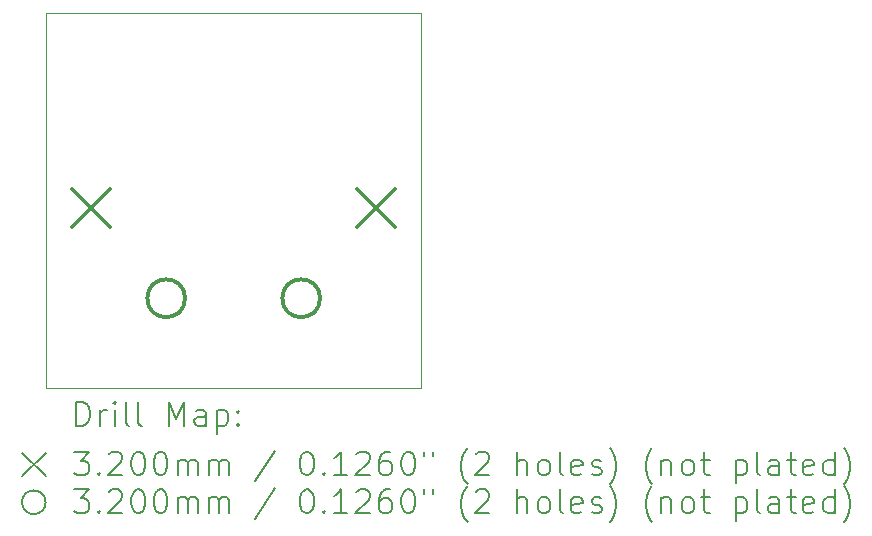
<source format=gbr>
%TF.GenerationSoftware,KiCad,Pcbnew,7.0.7*%
%TF.CreationDate,2024-02-07T12:50:50-08:00*%
%TF.ProjectId,EthBreakoutBoard,45746842-7265-4616-9b6f-7574426f6172,rev?*%
%TF.SameCoordinates,Original*%
%TF.FileFunction,Drillmap*%
%TF.FilePolarity,Positive*%
%FSLAX45Y45*%
G04 Gerber Fmt 4.5, Leading zero omitted, Abs format (unit mm)*
G04 Created by KiCad (PCBNEW 7.0.7) date 2024-02-07 12:50:50*
%MOMM*%
%LPD*%
G01*
G04 APERTURE LIST*
%ADD10C,0.100000*%
%ADD11C,0.200000*%
%ADD12C,0.320000*%
%ADD13C,0.320040*%
G04 APERTURE END LIST*
D10*
X2540000Y-2540000D02*
X5715000Y-2540000D01*
X5715000Y-5715000D01*
X2540000Y-5715000D01*
X2540000Y-2540000D01*
D11*
D12*
X2761000Y-4031000D02*
X3081000Y-4351000D01*
X3081000Y-4031000D02*
X2761000Y-4351000D01*
X5174000Y-4031000D02*
X5494000Y-4351000D01*
X5494000Y-4031000D02*
X5174000Y-4351000D01*
D13*
X3716020Y-4953000D02*
G75*
G03*
X3716020Y-4953000I-160020J0D01*
G01*
X4859020Y-4953000D02*
G75*
G03*
X4859020Y-4953000I-160020J0D01*
G01*
D11*
X2795777Y-6031484D02*
X2795777Y-5831484D01*
X2795777Y-5831484D02*
X2843396Y-5831484D01*
X2843396Y-5831484D02*
X2871967Y-5841008D01*
X2871967Y-5841008D02*
X2891015Y-5860055D01*
X2891015Y-5860055D02*
X2900539Y-5879103D01*
X2900539Y-5879103D02*
X2910062Y-5917198D01*
X2910062Y-5917198D02*
X2910062Y-5945769D01*
X2910062Y-5945769D02*
X2900539Y-5983865D01*
X2900539Y-5983865D02*
X2891015Y-6002912D01*
X2891015Y-6002912D02*
X2871967Y-6021960D01*
X2871967Y-6021960D02*
X2843396Y-6031484D01*
X2843396Y-6031484D02*
X2795777Y-6031484D01*
X2995777Y-6031484D02*
X2995777Y-5898150D01*
X2995777Y-5936246D02*
X3005301Y-5917198D01*
X3005301Y-5917198D02*
X3014824Y-5907674D01*
X3014824Y-5907674D02*
X3033872Y-5898150D01*
X3033872Y-5898150D02*
X3052920Y-5898150D01*
X3119586Y-6031484D02*
X3119586Y-5898150D01*
X3119586Y-5831484D02*
X3110062Y-5841008D01*
X3110062Y-5841008D02*
X3119586Y-5850531D01*
X3119586Y-5850531D02*
X3129110Y-5841008D01*
X3129110Y-5841008D02*
X3119586Y-5831484D01*
X3119586Y-5831484D02*
X3119586Y-5850531D01*
X3243396Y-6031484D02*
X3224348Y-6021960D01*
X3224348Y-6021960D02*
X3214824Y-6002912D01*
X3214824Y-6002912D02*
X3214824Y-5831484D01*
X3348158Y-6031484D02*
X3329110Y-6021960D01*
X3329110Y-6021960D02*
X3319586Y-6002912D01*
X3319586Y-6002912D02*
X3319586Y-5831484D01*
X3576729Y-6031484D02*
X3576729Y-5831484D01*
X3576729Y-5831484D02*
X3643396Y-5974341D01*
X3643396Y-5974341D02*
X3710062Y-5831484D01*
X3710062Y-5831484D02*
X3710062Y-6031484D01*
X3891015Y-6031484D02*
X3891015Y-5926722D01*
X3891015Y-5926722D02*
X3881491Y-5907674D01*
X3881491Y-5907674D02*
X3862443Y-5898150D01*
X3862443Y-5898150D02*
X3824348Y-5898150D01*
X3824348Y-5898150D02*
X3805301Y-5907674D01*
X3891015Y-6021960D02*
X3871967Y-6031484D01*
X3871967Y-6031484D02*
X3824348Y-6031484D01*
X3824348Y-6031484D02*
X3805301Y-6021960D01*
X3805301Y-6021960D02*
X3795777Y-6002912D01*
X3795777Y-6002912D02*
X3795777Y-5983865D01*
X3795777Y-5983865D02*
X3805301Y-5964817D01*
X3805301Y-5964817D02*
X3824348Y-5955293D01*
X3824348Y-5955293D02*
X3871967Y-5955293D01*
X3871967Y-5955293D02*
X3891015Y-5945769D01*
X3986253Y-5898150D02*
X3986253Y-6098150D01*
X3986253Y-5907674D02*
X4005301Y-5898150D01*
X4005301Y-5898150D02*
X4043396Y-5898150D01*
X4043396Y-5898150D02*
X4062443Y-5907674D01*
X4062443Y-5907674D02*
X4071967Y-5917198D01*
X4071967Y-5917198D02*
X4081491Y-5936246D01*
X4081491Y-5936246D02*
X4081491Y-5993388D01*
X4081491Y-5993388D02*
X4071967Y-6012436D01*
X4071967Y-6012436D02*
X4062443Y-6021960D01*
X4062443Y-6021960D02*
X4043396Y-6031484D01*
X4043396Y-6031484D02*
X4005301Y-6031484D01*
X4005301Y-6031484D02*
X3986253Y-6021960D01*
X4167205Y-6012436D02*
X4176729Y-6021960D01*
X4176729Y-6021960D02*
X4167205Y-6031484D01*
X4167205Y-6031484D02*
X4157682Y-6021960D01*
X4157682Y-6021960D02*
X4167205Y-6012436D01*
X4167205Y-6012436D02*
X4167205Y-6031484D01*
X4167205Y-5907674D02*
X4176729Y-5917198D01*
X4176729Y-5917198D02*
X4167205Y-5926722D01*
X4167205Y-5926722D02*
X4157682Y-5917198D01*
X4157682Y-5917198D02*
X4167205Y-5907674D01*
X4167205Y-5907674D02*
X4167205Y-5926722D01*
X2335000Y-6260000D02*
X2535000Y-6460000D01*
X2535000Y-6260000D02*
X2335000Y-6460000D01*
X2776729Y-6251484D02*
X2900539Y-6251484D01*
X2900539Y-6251484D02*
X2833872Y-6327674D01*
X2833872Y-6327674D02*
X2862443Y-6327674D01*
X2862443Y-6327674D02*
X2881491Y-6337198D01*
X2881491Y-6337198D02*
X2891015Y-6346722D01*
X2891015Y-6346722D02*
X2900539Y-6365769D01*
X2900539Y-6365769D02*
X2900539Y-6413388D01*
X2900539Y-6413388D02*
X2891015Y-6432436D01*
X2891015Y-6432436D02*
X2881491Y-6441960D01*
X2881491Y-6441960D02*
X2862443Y-6451484D01*
X2862443Y-6451484D02*
X2805301Y-6451484D01*
X2805301Y-6451484D02*
X2786253Y-6441960D01*
X2786253Y-6441960D02*
X2776729Y-6432436D01*
X2986253Y-6432436D02*
X2995777Y-6441960D01*
X2995777Y-6441960D02*
X2986253Y-6451484D01*
X2986253Y-6451484D02*
X2976729Y-6441960D01*
X2976729Y-6441960D02*
X2986253Y-6432436D01*
X2986253Y-6432436D02*
X2986253Y-6451484D01*
X3071967Y-6270531D02*
X3081491Y-6261008D01*
X3081491Y-6261008D02*
X3100539Y-6251484D01*
X3100539Y-6251484D02*
X3148158Y-6251484D01*
X3148158Y-6251484D02*
X3167205Y-6261008D01*
X3167205Y-6261008D02*
X3176729Y-6270531D01*
X3176729Y-6270531D02*
X3186253Y-6289579D01*
X3186253Y-6289579D02*
X3186253Y-6308627D01*
X3186253Y-6308627D02*
X3176729Y-6337198D01*
X3176729Y-6337198D02*
X3062443Y-6451484D01*
X3062443Y-6451484D02*
X3186253Y-6451484D01*
X3310062Y-6251484D02*
X3329110Y-6251484D01*
X3329110Y-6251484D02*
X3348158Y-6261008D01*
X3348158Y-6261008D02*
X3357682Y-6270531D01*
X3357682Y-6270531D02*
X3367205Y-6289579D01*
X3367205Y-6289579D02*
X3376729Y-6327674D01*
X3376729Y-6327674D02*
X3376729Y-6375293D01*
X3376729Y-6375293D02*
X3367205Y-6413388D01*
X3367205Y-6413388D02*
X3357682Y-6432436D01*
X3357682Y-6432436D02*
X3348158Y-6441960D01*
X3348158Y-6441960D02*
X3329110Y-6451484D01*
X3329110Y-6451484D02*
X3310062Y-6451484D01*
X3310062Y-6451484D02*
X3291015Y-6441960D01*
X3291015Y-6441960D02*
X3281491Y-6432436D01*
X3281491Y-6432436D02*
X3271967Y-6413388D01*
X3271967Y-6413388D02*
X3262443Y-6375293D01*
X3262443Y-6375293D02*
X3262443Y-6327674D01*
X3262443Y-6327674D02*
X3271967Y-6289579D01*
X3271967Y-6289579D02*
X3281491Y-6270531D01*
X3281491Y-6270531D02*
X3291015Y-6261008D01*
X3291015Y-6261008D02*
X3310062Y-6251484D01*
X3500539Y-6251484D02*
X3519586Y-6251484D01*
X3519586Y-6251484D02*
X3538634Y-6261008D01*
X3538634Y-6261008D02*
X3548158Y-6270531D01*
X3548158Y-6270531D02*
X3557682Y-6289579D01*
X3557682Y-6289579D02*
X3567205Y-6327674D01*
X3567205Y-6327674D02*
X3567205Y-6375293D01*
X3567205Y-6375293D02*
X3557682Y-6413388D01*
X3557682Y-6413388D02*
X3548158Y-6432436D01*
X3548158Y-6432436D02*
X3538634Y-6441960D01*
X3538634Y-6441960D02*
X3519586Y-6451484D01*
X3519586Y-6451484D02*
X3500539Y-6451484D01*
X3500539Y-6451484D02*
X3481491Y-6441960D01*
X3481491Y-6441960D02*
X3471967Y-6432436D01*
X3471967Y-6432436D02*
X3462443Y-6413388D01*
X3462443Y-6413388D02*
X3452920Y-6375293D01*
X3452920Y-6375293D02*
X3452920Y-6327674D01*
X3452920Y-6327674D02*
X3462443Y-6289579D01*
X3462443Y-6289579D02*
X3471967Y-6270531D01*
X3471967Y-6270531D02*
X3481491Y-6261008D01*
X3481491Y-6261008D02*
X3500539Y-6251484D01*
X3652920Y-6451484D02*
X3652920Y-6318150D01*
X3652920Y-6337198D02*
X3662443Y-6327674D01*
X3662443Y-6327674D02*
X3681491Y-6318150D01*
X3681491Y-6318150D02*
X3710063Y-6318150D01*
X3710063Y-6318150D02*
X3729110Y-6327674D01*
X3729110Y-6327674D02*
X3738634Y-6346722D01*
X3738634Y-6346722D02*
X3738634Y-6451484D01*
X3738634Y-6346722D02*
X3748158Y-6327674D01*
X3748158Y-6327674D02*
X3767205Y-6318150D01*
X3767205Y-6318150D02*
X3795777Y-6318150D01*
X3795777Y-6318150D02*
X3814824Y-6327674D01*
X3814824Y-6327674D02*
X3824348Y-6346722D01*
X3824348Y-6346722D02*
X3824348Y-6451484D01*
X3919586Y-6451484D02*
X3919586Y-6318150D01*
X3919586Y-6337198D02*
X3929110Y-6327674D01*
X3929110Y-6327674D02*
X3948158Y-6318150D01*
X3948158Y-6318150D02*
X3976729Y-6318150D01*
X3976729Y-6318150D02*
X3995777Y-6327674D01*
X3995777Y-6327674D02*
X4005301Y-6346722D01*
X4005301Y-6346722D02*
X4005301Y-6451484D01*
X4005301Y-6346722D02*
X4014824Y-6327674D01*
X4014824Y-6327674D02*
X4033872Y-6318150D01*
X4033872Y-6318150D02*
X4062443Y-6318150D01*
X4062443Y-6318150D02*
X4081491Y-6327674D01*
X4081491Y-6327674D02*
X4091015Y-6346722D01*
X4091015Y-6346722D02*
X4091015Y-6451484D01*
X4481491Y-6241960D02*
X4310063Y-6499103D01*
X4738634Y-6251484D02*
X4757682Y-6251484D01*
X4757682Y-6251484D02*
X4776729Y-6261008D01*
X4776729Y-6261008D02*
X4786253Y-6270531D01*
X4786253Y-6270531D02*
X4795777Y-6289579D01*
X4795777Y-6289579D02*
X4805301Y-6327674D01*
X4805301Y-6327674D02*
X4805301Y-6375293D01*
X4805301Y-6375293D02*
X4795777Y-6413388D01*
X4795777Y-6413388D02*
X4786253Y-6432436D01*
X4786253Y-6432436D02*
X4776729Y-6441960D01*
X4776729Y-6441960D02*
X4757682Y-6451484D01*
X4757682Y-6451484D02*
X4738634Y-6451484D01*
X4738634Y-6451484D02*
X4719587Y-6441960D01*
X4719587Y-6441960D02*
X4710063Y-6432436D01*
X4710063Y-6432436D02*
X4700539Y-6413388D01*
X4700539Y-6413388D02*
X4691015Y-6375293D01*
X4691015Y-6375293D02*
X4691015Y-6327674D01*
X4691015Y-6327674D02*
X4700539Y-6289579D01*
X4700539Y-6289579D02*
X4710063Y-6270531D01*
X4710063Y-6270531D02*
X4719587Y-6261008D01*
X4719587Y-6261008D02*
X4738634Y-6251484D01*
X4891015Y-6432436D02*
X4900539Y-6441960D01*
X4900539Y-6441960D02*
X4891015Y-6451484D01*
X4891015Y-6451484D02*
X4881491Y-6441960D01*
X4881491Y-6441960D02*
X4891015Y-6432436D01*
X4891015Y-6432436D02*
X4891015Y-6451484D01*
X5091015Y-6451484D02*
X4976729Y-6451484D01*
X5033872Y-6451484D02*
X5033872Y-6251484D01*
X5033872Y-6251484D02*
X5014825Y-6280055D01*
X5014825Y-6280055D02*
X4995777Y-6299103D01*
X4995777Y-6299103D02*
X4976729Y-6308627D01*
X5167206Y-6270531D02*
X5176729Y-6261008D01*
X5176729Y-6261008D02*
X5195777Y-6251484D01*
X5195777Y-6251484D02*
X5243396Y-6251484D01*
X5243396Y-6251484D02*
X5262444Y-6261008D01*
X5262444Y-6261008D02*
X5271968Y-6270531D01*
X5271968Y-6270531D02*
X5281491Y-6289579D01*
X5281491Y-6289579D02*
X5281491Y-6308627D01*
X5281491Y-6308627D02*
X5271968Y-6337198D01*
X5271968Y-6337198D02*
X5157682Y-6451484D01*
X5157682Y-6451484D02*
X5281491Y-6451484D01*
X5452920Y-6251484D02*
X5414825Y-6251484D01*
X5414825Y-6251484D02*
X5395777Y-6261008D01*
X5395777Y-6261008D02*
X5386253Y-6270531D01*
X5386253Y-6270531D02*
X5367206Y-6299103D01*
X5367206Y-6299103D02*
X5357682Y-6337198D01*
X5357682Y-6337198D02*
X5357682Y-6413388D01*
X5357682Y-6413388D02*
X5367206Y-6432436D01*
X5367206Y-6432436D02*
X5376729Y-6441960D01*
X5376729Y-6441960D02*
X5395777Y-6451484D01*
X5395777Y-6451484D02*
X5433872Y-6451484D01*
X5433872Y-6451484D02*
X5452920Y-6441960D01*
X5452920Y-6441960D02*
X5462444Y-6432436D01*
X5462444Y-6432436D02*
X5471968Y-6413388D01*
X5471968Y-6413388D02*
X5471968Y-6365769D01*
X5471968Y-6365769D02*
X5462444Y-6346722D01*
X5462444Y-6346722D02*
X5452920Y-6337198D01*
X5452920Y-6337198D02*
X5433872Y-6327674D01*
X5433872Y-6327674D02*
X5395777Y-6327674D01*
X5395777Y-6327674D02*
X5376729Y-6337198D01*
X5376729Y-6337198D02*
X5367206Y-6346722D01*
X5367206Y-6346722D02*
X5357682Y-6365769D01*
X5595777Y-6251484D02*
X5614825Y-6251484D01*
X5614825Y-6251484D02*
X5633872Y-6261008D01*
X5633872Y-6261008D02*
X5643396Y-6270531D01*
X5643396Y-6270531D02*
X5652920Y-6289579D01*
X5652920Y-6289579D02*
X5662444Y-6327674D01*
X5662444Y-6327674D02*
X5662444Y-6375293D01*
X5662444Y-6375293D02*
X5652920Y-6413388D01*
X5652920Y-6413388D02*
X5643396Y-6432436D01*
X5643396Y-6432436D02*
X5633872Y-6441960D01*
X5633872Y-6441960D02*
X5614825Y-6451484D01*
X5614825Y-6451484D02*
X5595777Y-6451484D01*
X5595777Y-6451484D02*
X5576729Y-6441960D01*
X5576729Y-6441960D02*
X5567206Y-6432436D01*
X5567206Y-6432436D02*
X5557682Y-6413388D01*
X5557682Y-6413388D02*
X5548158Y-6375293D01*
X5548158Y-6375293D02*
X5548158Y-6327674D01*
X5548158Y-6327674D02*
X5557682Y-6289579D01*
X5557682Y-6289579D02*
X5567206Y-6270531D01*
X5567206Y-6270531D02*
X5576729Y-6261008D01*
X5576729Y-6261008D02*
X5595777Y-6251484D01*
X5738634Y-6251484D02*
X5738634Y-6289579D01*
X5814825Y-6251484D02*
X5814825Y-6289579D01*
X6110063Y-6527674D02*
X6100539Y-6518150D01*
X6100539Y-6518150D02*
X6081491Y-6489579D01*
X6081491Y-6489579D02*
X6071968Y-6470531D01*
X6071968Y-6470531D02*
X6062444Y-6441960D01*
X6062444Y-6441960D02*
X6052920Y-6394341D01*
X6052920Y-6394341D02*
X6052920Y-6356246D01*
X6052920Y-6356246D02*
X6062444Y-6308627D01*
X6062444Y-6308627D02*
X6071968Y-6280055D01*
X6071968Y-6280055D02*
X6081491Y-6261008D01*
X6081491Y-6261008D02*
X6100539Y-6232436D01*
X6100539Y-6232436D02*
X6110063Y-6222912D01*
X6176729Y-6270531D02*
X6186253Y-6261008D01*
X6186253Y-6261008D02*
X6205301Y-6251484D01*
X6205301Y-6251484D02*
X6252920Y-6251484D01*
X6252920Y-6251484D02*
X6271968Y-6261008D01*
X6271968Y-6261008D02*
X6281491Y-6270531D01*
X6281491Y-6270531D02*
X6291015Y-6289579D01*
X6291015Y-6289579D02*
X6291015Y-6308627D01*
X6291015Y-6308627D02*
X6281491Y-6337198D01*
X6281491Y-6337198D02*
X6167206Y-6451484D01*
X6167206Y-6451484D02*
X6291015Y-6451484D01*
X6529110Y-6451484D02*
X6529110Y-6251484D01*
X6614825Y-6451484D02*
X6614825Y-6346722D01*
X6614825Y-6346722D02*
X6605301Y-6327674D01*
X6605301Y-6327674D02*
X6586253Y-6318150D01*
X6586253Y-6318150D02*
X6557682Y-6318150D01*
X6557682Y-6318150D02*
X6538634Y-6327674D01*
X6538634Y-6327674D02*
X6529110Y-6337198D01*
X6738634Y-6451484D02*
X6719587Y-6441960D01*
X6719587Y-6441960D02*
X6710063Y-6432436D01*
X6710063Y-6432436D02*
X6700539Y-6413388D01*
X6700539Y-6413388D02*
X6700539Y-6356246D01*
X6700539Y-6356246D02*
X6710063Y-6337198D01*
X6710063Y-6337198D02*
X6719587Y-6327674D01*
X6719587Y-6327674D02*
X6738634Y-6318150D01*
X6738634Y-6318150D02*
X6767206Y-6318150D01*
X6767206Y-6318150D02*
X6786253Y-6327674D01*
X6786253Y-6327674D02*
X6795777Y-6337198D01*
X6795777Y-6337198D02*
X6805301Y-6356246D01*
X6805301Y-6356246D02*
X6805301Y-6413388D01*
X6805301Y-6413388D02*
X6795777Y-6432436D01*
X6795777Y-6432436D02*
X6786253Y-6441960D01*
X6786253Y-6441960D02*
X6767206Y-6451484D01*
X6767206Y-6451484D02*
X6738634Y-6451484D01*
X6919587Y-6451484D02*
X6900539Y-6441960D01*
X6900539Y-6441960D02*
X6891015Y-6422912D01*
X6891015Y-6422912D02*
X6891015Y-6251484D01*
X7071968Y-6441960D02*
X7052920Y-6451484D01*
X7052920Y-6451484D02*
X7014825Y-6451484D01*
X7014825Y-6451484D02*
X6995777Y-6441960D01*
X6995777Y-6441960D02*
X6986253Y-6422912D01*
X6986253Y-6422912D02*
X6986253Y-6346722D01*
X6986253Y-6346722D02*
X6995777Y-6327674D01*
X6995777Y-6327674D02*
X7014825Y-6318150D01*
X7014825Y-6318150D02*
X7052920Y-6318150D01*
X7052920Y-6318150D02*
X7071968Y-6327674D01*
X7071968Y-6327674D02*
X7081491Y-6346722D01*
X7081491Y-6346722D02*
X7081491Y-6365769D01*
X7081491Y-6365769D02*
X6986253Y-6384817D01*
X7157682Y-6441960D02*
X7176730Y-6451484D01*
X7176730Y-6451484D02*
X7214825Y-6451484D01*
X7214825Y-6451484D02*
X7233872Y-6441960D01*
X7233872Y-6441960D02*
X7243396Y-6422912D01*
X7243396Y-6422912D02*
X7243396Y-6413388D01*
X7243396Y-6413388D02*
X7233872Y-6394341D01*
X7233872Y-6394341D02*
X7214825Y-6384817D01*
X7214825Y-6384817D02*
X7186253Y-6384817D01*
X7186253Y-6384817D02*
X7167206Y-6375293D01*
X7167206Y-6375293D02*
X7157682Y-6356246D01*
X7157682Y-6356246D02*
X7157682Y-6346722D01*
X7157682Y-6346722D02*
X7167206Y-6327674D01*
X7167206Y-6327674D02*
X7186253Y-6318150D01*
X7186253Y-6318150D02*
X7214825Y-6318150D01*
X7214825Y-6318150D02*
X7233872Y-6327674D01*
X7310063Y-6527674D02*
X7319587Y-6518150D01*
X7319587Y-6518150D02*
X7338634Y-6489579D01*
X7338634Y-6489579D02*
X7348158Y-6470531D01*
X7348158Y-6470531D02*
X7357682Y-6441960D01*
X7357682Y-6441960D02*
X7367206Y-6394341D01*
X7367206Y-6394341D02*
X7367206Y-6356246D01*
X7367206Y-6356246D02*
X7357682Y-6308627D01*
X7357682Y-6308627D02*
X7348158Y-6280055D01*
X7348158Y-6280055D02*
X7338634Y-6261008D01*
X7338634Y-6261008D02*
X7319587Y-6232436D01*
X7319587Y-6232436D02*
X7310063Y-6222912D01*
X7671968Y-6527674D02*
X7662444Y-6518150D01*
X7662444Y-6518150D02*
X7643396Y-6489579D01*
X7643396Y-6489579D02*
X7633872Y-6470531D01*
X7633872Y-6470531D02*
X7624349Y-6441960D01*
X7624349Y-6441960D02*
X7614825Y-6394341D01*
X7614825Y-6394341D02*
X7614825Y-6356246D01*
X7614825Y-6356246D02*
X7624349Y-6308627D01*
X7624349Y-6308627D02*
X7633872Y-6280055D01*
X7633872Y-6280055D02*
X7643396Y-6261008D01*
X7643396Y-6261008D02*
X7662444Y-6232436D01*
X7662444Y-6232436D02*
X7671968Y-6222912D01*
X7748158Y-6318150D02*
X7748158Y-6451484D01*
X7748158Y-6337198D02*
X7757682Y-6327674D01*
X7757682Y-6327674D02*
X7776730Y-6318150D01*
X7776730Y-6318150D02*
X7805301Y-6318150D01*
X7805301Y-6318150D02*
X7824349Y-6327674D01*
X7824349Y-6327674D02*
X7833872Y-6346722D01*
X7833872Y-6346722D02*
X7833872Y-6451484D01*
X7957682Y-6451484D02*
X7938634Y-6441960D01*
X7938634Y-6441960D02*
X7929111Y-6432436D01*
X7929111Y-6432436D02*
X7919587Y-6413388D01*
X7919587Y-6413388D02*
X7919587Y-6356246D01*
X7919587Y-6356246D02*
X7929111Y-6337198D01*
X7929111Y-6337198D02*
X7938634Y-6327674D01*
X7938634Y-6327674D02*
X7957682Y-6318150D01*
X7957682Y-6318150D02*
X7986253Y-6318150D01*
X7986253Y-6318150D02*
X8005301Y-6327674D01*
X8005301Y-6327674D02*
X8014825Y-6337198D01*
X8014825Y-6337198D02*
X8024349Y-6356246D01*
X8024349Y-6356246D02*
X8024349Y-6413388D01*
X8024349Y-6413388D02*
X8014825Y-6432436D01*
X8014825Y-6432436D02*
X8005301Y-6441960D01*
X8005301Y-6441960D02*
X7986253Y-6451484D01*
X7986253Y-6451484D02*
X7957682Y-6451484D01*
X8081492Y-6318150D02*
X8157682Y-6318150D01*
X8110063Y-6251484D02*
X8110063Y-6422912D01*
X8110063Y-6422912D02*
X8119587Y-6441960D01*
X8119587Y-6441960D02*
X8138634Y-6451484D01*
X8138634Y-6451484D02*
X8157682Y-6451484D01*
X8376730Y-6318150D02*
X8376730Y-6518150D01*
X8376730Y-6327674D02*
X8395777Y-6318150D01*
X8395777Y-6318150D02*
X8433873Y-6318150D01*
X8433873Y-6318150D02*
X8452920Y-6327674D01*
X8452920Y-6327674D02*
X8462444Y-6337198D01*
X8462444Y-6337198D02*
X8471968Y-6356246D01*
X8471968Y-6356246D02*
X8471968Y-6413388D01*
X8471968Y-6413388D02*
X8462444Y-6432436D01*
X8462444Y-6432436D02*
X8452920Y-6441960D01*
X8452920Y-6441960D02*
X8433873Y-6451484D01*
X8433873Y-6451484D02*
X8395777Y-6451484D01*
X8395777Y-6451484D02*
X8376730Y-6441960D01*
X8586254Y-6451484D02*
X8567206Y-6441960D01*
X8567206Y-6441960D02*
X8557682Y-6422912D01*
X8557682Y-6422912D02*
X8557682Y-6251484D01*
X8748158Y-6451484D02*
X8748158Y-6346722D01*
X8748158Y-6346722D02*
X8738635Y-6327674D01*
X8738635Y-6327674D02*
X8719587Y-6318150D01*
X8719587Y-6318150D02*
X8681492Y-6318150D01*
X8681492Y-6318150D02*
X8662444Y-6327674D01*
X8748158Y-6441960D02*
X8729111Y-6451484D01*
X8729111Y-6451484D02*
X8681492Y-6451484D01*
X8681492Y-6451484D02*
X8662444Y-6441960D01*
X8662444Y-6441960D02*
X8652920Y-6422912D01*
X8652920Y-6422912D02*
X8652920Y-6403865D01*
X8652920Y-6403865D02*
X8662444Y-6384817D01*
X8662444Y-6384817D02*
X8681492Y-6375293D01*
X8681492Y-6375293D02*
X8729111Y-6375293D01*
X8729111Y-6375293D02*
X8748158Y-6365769D01*
X8814825Y-6318150D02*
X8891015Y-6318150D01*
X8843396Y-6251484D02*
X8843396Y-6422912D01*
X8843396Y-6422912D02*
X8852920Y-6441960D01*
X8852920Y-6441960D02*
X8871968Y-6451484D01*
X8871968Y-6451484D02*
X8891015Y-6451484D01*
X9033873Y-6441960D02*
X9014825Y-6451484D01*
X9014825Y-6451484D02*
X8976730Y-6451484D01*
X8976730Y-6451484D02*
X8957682Y-6441960D01*
X8957682Y-6441960D02*
X8948158Y-6422912D01*
X8948158Y-6422912D02*
X8948158Y-6346722D01*
X8948158Y-6346722D02*
X8957682Y-6327674D01*
X8957682Y-6327674D02*
X8976730Y-6318150D01*
X8976730Y-6318150D02*
X9014825Y-6318150D01*
X9014825Y-6318150D02*
X9033873Y-6327674D01*
X9033873Y-6327674D02*
X9043396Y-6346722D01*
X9043396Y-6346722D02*
X9043396Y-6365769D01*
X9043396Y-6365769D02*
X8948158Y-6384817D01*
X9214825Y-6451484D02*
X9214825Y-6251484D01*
X9214825Y-6441960D02*
X9195777Y-6451484D01*
X9195777Y-6451484D02*
X9157682Y-6451484D01*
X9157682Y-6451484D02*
X9138635Y-6441960D01*
X9138635Y-6441960D02*
X9129111Y-6432436D01*
X9129111Y-6432436D02*
X9119587Y-6413388D01*
X9119587Y-6413388D02*
X9119587Y-6356246D01*
X9119587Y-6356246D02*
X9129111Y-6337198D01*
X9129111Y-6337198D02*
X9138635Y-6327674D01*
X9138635Y-6327674D02*
X9157682Y-6318150D01*
X9157682Y-6318150D02*
X9195777Y-6318150D01*
X9195777Y-6318150D02*
X9214825Y-6327674D01*
X9291016Y-6527674D02*
X9300539Y-6518150D01*
X9300539Y-6518150D02*
X9319587Y-6489579D01*
X9319587Y-6489579D02*
X9329111Y-6470531D01*
X9329111Y-6470531D02*
X9338635Y-6441960D01*
X9338635Y-6441960D02*
X9348158Y-6394341D01*
X9348158Y-6394341D02*
X9348158Y-6356246D01*
X9348158Y-6356246D02*
X9338635Y-6308627D01*
X9338635Y-6308627D02*
X9329111Y-6280055D01*
X9329111Y-6280055D02*
X9319587Y-6261008D01*
X9319587Y-6261008D02*
X9300539Y-6232436D01*
X9300539Y-6232436D02*
X9291016Y-6222912D01*
X2535000Y-6680000D02*
G75*
G03*
X2535000Y-6680000I-100000J0D01*
G01*
X2776729Y-6571484D02*
X2900539Y-6571484D01*
X2900539Y-6571484D02*
X2833872Y-6647674D01*
X2833872Y-6647674D02*
X2862443Y-6647674D01*
X2862443Y-6647674D02*
X2881491Y-6657198D01*
X2881491Y-6657198D02*
X2891015Y-6666722D01*
X2891015Y-6666722D02*
X2900539Y-6685769D01*
X2900539Y-6685769D02*
X2900539Y-6733388D01*
X2900539Y-6733388D02*
X2891015Y-6752436D01*
X2891015Y-6752436D02*
X2881491Y-6761960D01*
X2881491Y-6761960D02*
X2862443Y-6771484D01*
X2862443Y-6771484D02*
X2805301Y-6771484D01*
X2805301Y-6771484D02*
X2786253Y-6761960D01*
X2786253Y-6761960D02*
X2776729Y-6752436D01*
X2986253Y-6752436D02*
X2995777Y-6761960D01*
X2995777Y-6761960D02*
X2986253Y-6771484D01*
X2986253Y-6771484D02*
X2976729Y-6761960D01*
X2976729Y-6761960D02*
X2986253Y-6752436D01*
X2986253Y-6752436D02*
X2986253Y-6771484D01*
X3071967Y-6590531D02*
X3081491Y-6581008D01*
X3081491Y-6581008D02*
X3100539Y-6571484D01*
X3100539Y-6571484D02*
X3148158Y-6571484D01*
X3148158Y-6571484D02*
X3167205Y-6581008D01*
X3167205Y-6581008D02*
X3176729Y-6590531D01*
X3176729Y-6590531D02*
X3186253Y-6609579D01*
X3186253Y-6609579D02*
X3186253Y-6628627D01*
X3186253Y-6628627D02*
X3176729Y-6657198D01*
X3176729Y-6657198D02*
X3062443Y-6771484D01*
X3062443Y-6771484D02*
X3186253Y-6771484D01*
X3310062Y-6571484D02*
X3329110Y-6571484D01*
X3329110Y-6571484D02*
X3348158Y-6581008D01*
X3348158Y-6581008D02*
X3357682Y-6590531D01*
X3357682Y-6590531D02*
X3367205Y-6609579D01*
X3367205Y-6609579D02*
X3376729Y-6647674D01*
X3376729Y-6647674D02*
X3376729Y-6695293D01*
X3376729Y-6695293D02*
X3367205Y-6733388D01*
X3367205Y-6733388D02*
X3357682Y-6752436D01*
X3357682Y-6752436D02*
X3348158Y-6761960D01*
X3348158Y-6761960D02*
X3329110Y-6771484D01*
X3329110Y-6771484D02*
X3310062Y-6771484D01*
X3310062Y-6771484D02*
X3291015Y-6761960D01*
X3291015Y-6761960D02*
X3281491Y-6752436D01*
X3281491Y-6752436D02*
X3271967Y-6733388D01*
X3271967Y-6733388D02*
X3262443Y-6695293D01*
X3262443Y-6695293D02*
X3262443Y-6647674D01*
X3262443Y-6647674D02*
X3271967Y-6609579D01*
X3271967Y-6609579D02*
X3281491Y-6590531D01*
X3281491Y-6590531D02*
X3291015Y-6581008D01*
X3291015Y-6581008D02*
X3310062Y-6571484D01*
X3500539Y-6571484D02*
X3519586Y-6571484D01*
X3519586Y-6571484D02*
X3538634Y-6581008D01*
X3538634Y-6581008D02*
X3548158Y-6590531D01*
X3548158Y-6590531D02*
X3557682Y-6609579D01*
X3557682Y-6609579D02*
X3567205Y-6647674D01*
X3567205Y-6647674D02*
X3567205Y-6695293D01*
X3567205Y-6695293D02*
X3557682Y-6733388D01*
X3557682Y-6733388D02*
X3548158Y-6752436D01*
X3548158Y-6752436D02*
X3538634Y-6761960D01*
X3538634Y-6761960D02*
X3519586Y-6771484D01*
X3519586Y-6771484D02*
X3500539Y-6771484D01*
X3500539Y-6771484D02*
X3481491Y-6761960D01*
X3481491Y-6761960D02*
X3471967Y-6752436D01*
X3471967Y-6752436D02*
X3462443Y-6733388D01*
X3462443Y-6733388D02*
X3452920Y-6695293D01*
X3452920Y-6695293D02*
X3452920Y-6647674D01*
X3452920Y-6647674D02*
X3462443Y-6609579D01*
X3462443Y-6609579D02*
X3471967Y-6590531D01*
X3471967Y-6590531D02*
X3481491Y-6581008D01*
X3481491Y-6581008D02*
X3500539Y-6571484D01*
X3652920Y-6771484D02*
X3652920Y-6638150D01*
X3652920Y-6657198D02*
X3662443Y-6647674D01*
X3662443Y-6647674D02*
X3681491Y-6638150D01*
X3681491Y-6638150D02*
X3710063Y-6638150D01*
X3710063Y-6638150D02*
X3729110Y-6647674D01*
X3729110Y-6647674D02*
X3738634Y-6666722D01*
X3738634Y-6666722D02*
X3738634Y-6771484D01*
X3738634Y-6666722D02*
X3748158Y-6647674D01*
X3748158Y-6647674D02*
X3767205Y-6638150D01*
X3767205Y-6638150D02*
X3795777Y-6638150D01*
X3795777Y-6638150D02*
X3814824Y-6647674D01*
X3814824Y-6647674D02*
X3824348Y-6666722D01*
X3824348Y-6666722D02*
X3824348Y-6771484D01*
X3919586Y-6771484D02*
X3919586Y-6638150D01*
X3919586Y-6657198D02*
X3929110Y-6647674D01*
X3929110Y-6647674D02*
X3948158Y-6638150D01*
X3948158Y-6638150D02*
X3976729Y-6638150D01*
X3976729Y-6638150D02*
X3995777Y-6647674D01*
X3995777Y-6647674D02*
X4005301Y-6666722D01*
X4005301Y-6666722D02*
X4005301Y-6771484D01*
X4005301Y-6666722D02*
X4014824Y-6647674D01*
X4014824Y-6647674D02*
X4033872Y-6638150D01*
X4033872Y-6638150D02*
X4062443Y-6638150D01*
X4062443Y-6638150D02*
X4081491Y-6647674D01*
X4081491Y-6647674D02*
X4091015Y-6666722D01*
X4091015Y-6666722D02*
X4091015Y-6771484D01*
X4481491Y-6561960D02*
X4310063Y-6819103D01*
X4738634Y-6571484D02*
X4757682Y-6571484D01*
X4757682Y-6571484D02*
X4776729Y-6581008D01*
X4776729Y-6581008D02*
X4786253Y-6590531D01*
X4786253Y-6590531D02*
X4795777Y-6609579D01*
X4795777Y-6609579D02*
X4805301Y-6647674D01*
X4805301Y-6647674D02*
X4805301Y-6695293D01*
X4805301Y-6695293D02*
X4795777Y-6733388D01*
X4795777Y-6733388D02*
X4786253Y-6752436D01*
X4786253Y-6752436D02*
X4776729Y-6761960D01*
X4776729Y-6761960D02*
X4757682Y-6771484D01*
X4757682Y-6771484D02*
X4738634Y-6771484D01*
X4738634Y-6771484D02*
X4719587Y-6761960D01*
X4719587Y-6761960D02*
X4710063Y-6752436D01*
X4710063Y-6752436D02*
X4700539Y-6733388D01*
X4700539Y-6733388D02*
X4691015Y-6695293D01*
X4691015Y-6695293D02*
X4691015Y-6647674D01*
X4691015Y-6647674D02*
X4700539Y-6609579D01*
X4700539Y-6609579D02*
X4710063Y-6590531D01*
X4710063Y-6590531D02*
X4719587Y-6581008D01*
X4719587Y-6581008D02*
X4738634Y-6571484D01*
X4891015Y-6752436D02*
X4900539Y-6761960D01*
X4900539Y-6761960D02*
X4891015Y-6771484D01*
X4891015Y-6771484D02*
X4881491Y-6761960D01*
X4881491Y-6761960D02*
X4891015Y-6752436D01*
X4891015Y-6752436D02*
X4891015Y-6771484D01*
X5091015Y-6771484D02*
X4976729Y-6771484D01*
X5033872Y-6771484D02*
X5033872Y-6571484D01*
X5033872Y-6571484D02*
X5014825Y-6600055D01*
X5014825Y-6600055D02*
X4995777Y-6619103D01*
X4995777Y-6619103D02*
X4976729Y-6628627D01*
X5167206Y-6590531D02*
X5176729Y-6581008D01*
X5176729Y-6581008D02*
X5195777Y-6571484D01*
X5195777Y-6571484D02*
X5243396Y-6571484D01*
X5243396Y-6571484D02*
X5262444Y-6581008D01*
X5262444Y-6581008D02*
X5271968Y-6590531D01*
X5271968Y-6590531D02*
X5281491Y-6609579D01*
X5281491Y-6609579D02*
X5281491Y-6628627D01*
X5281491Y-6628627D02*
X5271968Y-6657198D01*
X5271968Y-6657198D02*
X5157682Y-6771484D01*
X5157682Y-6771484D02*
X5281491Y-6771484D01*
X5452920Y-6571484D02*
X5414825Y-6571484D01*
X5414825Y-6571484D02*
X5395777Y-6581008D01*
X5395777Y-6581008D02*
X5386253Y-6590531D01*
X5386253Y-6590531D02*
X5367206Y-6619103D01*
X5367206Y-6619103D02*
X5357682Y-6657198D01*
X5357682Y-6657198D02*
X5357682Y-6733388D01*
X5357682Y-6733388D02*
X5367206Y-6752436D01*
X5367206Y-6752436D02*
X5376729Y-6761960D01*
X5376729Y-6761960D02*
X5395777Y-6771484D01*
X5395777Y-6771484D02*
X5433872Y-6771484D01*
X5433872Y-6771484D02*
X5452920Y-6761960D01*
X5452920Y-6761960D02*
X5462444Y-6752436D01*
X5462444Y-6752436D02*
X5471968Y-6733388D01*
X5471968Y-6733388D02*
X5471968Y-6685769D01*
X5471968Y-6685769D02*
X5462444Y-6666722D01*
X5462444Y-6666722D02*
X5452920Y-6657198D01*
X5452920Y-6657198D02*
X5433872Y-6647674D01*
X5433872Y-6647674D02*
X5395777Y-6647674D01*
X5395777Y-6647674D02*
X5376729Y-6657198D01*
X5376729Y-6657198D02*
X5367206Y-6666722D01*
X5367206Y-6666722D02*
X5357682Y-6685769D01*
X5595777Y-6571484D02*
X5614825Y-6571484D01*
X5614825Y-6571484D02*
X5633872Y-6581008D01*
X5633872Y-6581008D02*
X5643396Y-6590531D01*
X5643396Y-6590531D02*
X5652920Y-6609579D01*
X5652920Y-6609579D02*
X5662444Y-6647674D01*
X5662444Y-6647674D02*
X5662444Y-6695293D01*
X5662444Y-6695293D02*
X5652920Y-6733388D01*
X5652920Y-6733388D02*
X5643396Y-6752436D01*
X5643396Y-6752436D02*
X5633872Y-6761960D01*
X5633872Y-6761960D02*
X5614825Y-6771484D01*
X5614825Y-6771484D02*
X5595777Y-6771484D01*
X5595777Y-6771484D02*
X5576729Y-6761960D01*
X5576729Y-6761960D02*
X5567206Y-6752436D01*
X5567206Y-6752436D02*
X5557682Y-6733388D01*
X5557682Y-6733388D02*
X5548158Y-6695293D01*
X5548158Y-6695293D02*
X5548158Y-6647674D01*
X5548158Y-6647674D02*
X5557682Y-6609579D01*
X5557682Y-6609579D02*
X5567206Y-6590531D01*
X5567206Y-6590531D02*
X5576729Y-6581008D01*
X5576729Y-6581008D02*
X5595777Y-6571484D01*
X5738634Y-6571484D02*
X5738634Y-6609579D01*
X5814825Y-6571484D02*
X5814825Y-6609579D01*
X6110063Y-6847674D02*
X6100539Y-6838150D01*
X6100539Y-6838150D02*
X6081491Y-6809579D01*
X6081491Y-6809579D02*
X6071968Y-6790531D01*
X6071968Y-6790531D02*
X6062444Y-6761960D01*
X6062444Y-6761960D02*
X6052920Y-6714341D01*
X6052920Y-6714341D02*
X6052920Y-6676246D01*
X6052920Y-6676246D02*
X6062444Y-6628627D01*
X6062444Y-6628627D02*
X6071968Y-6600055D01*
X6071968Y-6600055D02*
X6081491Y-6581008D01*
X6081491Y-6581008D02*
X6100539Y-6552436D01*
X6100539Y-6552436D02*
X6110063Y-6542912D01*
X6176729Y-6590531D02*
X6186253Y-6581008D01*
X6186253Y-6581008D02*
X6205301Y-6571484D01*
X6205301Y-6571484D02*
X6252920Y-6571484D01*
X6252920Y-6571484D02*
X6271968Y-6581008D01*
X6271968Y-6581008D02*
X6281491Y-6590531D01*
X6281491Y-6590531D02*
X6291015Y-6609579D01*
X6291015Y-6609579D02*
X6291015Y-6628627D01*
X6291015Y-6628627D02*
X6281491Y-6657198D01*
X6281491Y-6657198D02*
X6167206Y-6771484D01*
X6167206Y-6771484D02*
X6291015Y-6771484D01*
X6529110Y-6771484D02*
X6529110Y-6571484D01*
X6614825Y-6771484D02*
X6614825Y-6666722D01*
X6614825Y-6666722D02*
X6605301Y-6647674D01*
X6605301Y-6647674D02*
X6586253Y-6638150D01*
X6586253Y-6638150D02*
X6557682Y-6638150D01*
X6557682Y-6638150D02*
X6538634Y-6647674D01*
X6538634Y-6647674D02*
X6529110Y-6657198D01*
X6738634Y-6771484D02*
X6719587Y-6761960D01*
X6719587Y-6761960D02*
X6710063Y-6752436D01*
X6710063Y-6752436D02*
X6700539Y-6733388D01*
X6700539Y-6733388D02*
X6700539Y-6676246D01*
X6700539Y-6676246D02*
X6710063Y-6657198D01*
X6710063Y-6657198D02*
X6719587Y-6647674D01*
X6719587Y-6647674D02*
X6738634Y-6638150D01*
X6738634Y-6638150D02*
X6767206Y-6638150D01*
X6767206Y-6638150D02*
X6786253Y-6647674D01*
X6786253Y-6647674D02*
X6795777Y-6657198D01*
X6795777Y-6657198D02*
X6805301Y-6676246D01*
X6805301Y-6676246D02*
X6805301Y-6733388D01*
X6805301Y-6733388D02*
X6795777Y-6752436D01*
X6795777Y-6752436D02*
X6786253Y-6761960D01*
X6786253Y-6761960D02*
X6767206Y-6771484D01*
X6767206Y-6771484D02*
X6738634Y-6771484D01*
X6919587Y-6771484D02*
X6900539Y-6761960D01*
X6900539Y-6761960D02*
X6891015Y-6742912D01*
X6891015Y-6742912D02*
X6891015Y-6571484D01*
X7071968Y-6761960D02*
X7052920Y-6771484D01*
X7052920Y-6771484D02*
X7014825Y-6771484D01*
X7014825Y-6771484D02*
X6995777Y-6761960D01*
X6995777Y-6761960D02*
X6986253Y-6742912D01*
X6986253Y-6742912D02*
X6986253Y-6666722D01*
X6986253Y-6666722D02*
X6995777Y-6647674D01*
X6995777Y-6647674D02*
X7014825Y-6638150D01*
X7014825Y-6638150D02*
X7052920Y-6638150D01*
X7052920Y-6638150D02*
X7071968Y-6647674D01*
X7071968Y-6647674D02*
X7081491Y-6666722D01*
X7081491Y-6666722D02*
X7081491Y-6685769D01*
X7081491Y-6685769D02*
X6986253Y-6704817D01*
X7157682Y-6761960D02*
X7176730Y-6771484D01*
X7176730Y-6771484D02*
X7214825Y-6771484D01*
X7214825Y-6771484D02*
X7233872Y-6761960D01*
X7233872Y-6761960D02*
X7243396Y-6742912D01*
X7243396Y-6742912D02*
X7243396Y-6733388D01*
X7243396Y-6733388D02*
X7233872Y-6714341D01*
X7233872Y-6714341D02*
X7214825Y-6704817D01*
X7214825Y-6704817D02*
X7186253Y-6704817D01*
X7186253Y-6704817D02*
X7167206Y-6695293D01*
X7167206Y-6695293D02*
X7157682Y-6676246D01*
X7157682Y-6676246D02*
X7157682Y-6666722D01*
X7157682Y-6666722D02*
X7167206Y-6647674D01*
X7167206Y-6647674D02*
X7186253Y-6638150D01*
X7186253Y-6638150D02*
X7214825Y-6638150D01*
X7214825Y-6638150D02*
X7233872Y-6647674D01*
X7310063Y-6847674D02*
X7319587Y-6838150D01*
X7319587Y-6838150D02*
X7338634Y-6809579D01*
X7338634Y-6809579D02*
X7348158Y-6790531D01*
X7348158Y-6790531D02*
X7357682Y-6761960D01*
X7357682Y-6761960D02*
X7367206Y-6714341D01*
X7367206Y-6714341D02*
X7367206Y-6676246D01*
X7367206Y-6676246D02*
X7357682Y-6628627D01*
X7357682Y-6628627D02*
X7348158Y-6600055D01*
X7348158Y-6600055D02*
X7338634Y-6581008D01*
X7338634Y-6581008D02*
X7319587Y-6552436D01*
X7319587Y-6552436D02*
X7310063Y-6542912D01*
X7671968Y-6847674D02*
X7662444Y-6838150D01*
X7662444Y-6838150D02*
X7643396Y-6809579D01*
X7643396Y-6809579D02*
X7633872Y-6790531D01*
X7633872Y-6790531D02*
X7624349Y-6761960D01*
X7624349Y-6761960D02*
X7614825Y-6714341D01*
X7614825Y-6714341D02*
X7614825Y-6676246D01*
X7614825Y-6676246D02*
X7624349Y-6628627D01*
X7624349Y-6628627D02*
X7633872Y-6600055D01*
X7633872Y-6600055D02*
X7643396Y-6581008D01*
X7643396Y-6581008D02*
X7662444Y-6552436D01*
X7662444Y-6552436D02*
X7671968Y-6542912D01*
X7748158Y-6638150D02*
X7748158Y-6771484D01*
X7748158Y-6657198D02*
X7757682Y-6647674D01*
X7757682Y-6647674D02*
X7776730Y-6638150D01*
X7776730Y-6638150D02*
X7805301Y-6638150D01*
X7805301Y-6638150D02*
X7824349Y-6647674D01*
X7824349Y-6647674D02*
X7833872Y-6666722D01*
X7833872Y-6666722D02*
X7833872Y-6771484D01*
X7957682Y-6771484D02*
X7938634Y-6761960D01*
X7938634Y-6761960D02*
X7929111Y-6752436D01*
X7929111Y-6752436D02*
X7919587Y-6733388D01*
X7919587Y-6733388D02*
X7919587Y-6676246D01*
X7919587Y-6676246D02*
X7929111Y-6657198D01*
X7929111Y-6657198D02*
X7938634Y-6647674D01*
X7938634Y-6647674D02*
X7957682Y-6638150D01*
X7957682Y-6638150D02*
X7986253Y-6638150D01*
X7986253Y-6638150D02*
X8005301Y-6647674D01*
X8005301Y-6647674D02*
X8014825Y-6657198D01*
X8014825Y-6657198D02*
X8024349Y-6676246D01*
X8024349Y-6676246D02*
X8024349Y-6733388D01*
X8024349Y-6733388D02*
X8014825Y-6752436D01*
X8014825Y-6752436D02*
X8005301Y-6761960D01*
X8005301Y-6761960D02*
X7986253Y-6771484D01*
X7986253Y-6771484D02*
X7957682Y-6771484D01*
X8081492Y-6638150D02*
X8157682Y-6638150D01*
X8110063Y-6571484D02*
X8110063Y-6742912D01*
X8110063Y-6742912D02*
X8119587Y-6761960D01*
X8119587Y-6761960D02*
X8138634Y-6771484D01*
X8138634Y-6771484D02*
X8157682Y-6771484D01*
X8376730Y-6638150D02*
X8376730Y-6838150D01*
X8376730Y-6647674D02*
X8395777Y-6638150D01*
X8395777Y-6638150D02*
X8433873Y-6638150D01*
X8433873Y-6638150D02*
X8452920Y-6647674D01*
X8452920Y-6647674D02*
X8462444Y-6657198D01*
X8462444Y-6657198D02*
X8471968Y-6676246D01*
X8471968Y-6676246D02*
X8471968Y-6733388D01*
X8471968Y-6733388D02*
X8462444Y-6752436D01*
X8462444Y-6752436D02*
X8452920Y-6761960D01*
X8452920Y-6761960D02*
X8433873Y-6771484D01*
X8433873Y-6771484D02*
X8395777Y-6771484D01*
X8395777Y-6771484D02*
X8376730Y-6761960D01*
X8586254Y-6771484D02*
X8567206Y-6761960D01*
X8567206Y-6761960D02*
X8557682Y-6742912D01*
X8557682Y-6742912D02*
X8557682Y-6571484D01*
X8748158Y-6771484D02*
X8748158Y-6666722D01*
X8748158Y-6666722D02*
X8738635Y-6647674D01*
X8738635Y-6647674D02*
X8719587Y-6638150D01*
X8719587Y-6638150D02*
X8681492Y-6638150D01*
X8681492Y-6638150D02*
X8662444Y-6647674D01*
X8748158Y-6761960D02*
X8729111Y-6771484D01*
X8729111Y-6771484D02*
X8681492Y-6771484D01*
X8681492Y-6771484D02*
X8662444Y-6761960D01*
X8662444Y-6761960D02*
X8652920Y-6742912D01*
X8652920Y-6742912D02*
X8652920Y-6723865D01*
X8652920Y-6723865D02*
X8662444Y-6704817D01*
X8662444Y-6704817D02*
X8681492Y-6695293D01*
X8681492Y-6695293D02*
X8729111Y-6695293D01*
X8729111Y-6695293D02*
X8748158Y-6685769D01*
X8814825Y-6638150D02*
X8891015Y-6638150D01*
X8843396Y-6571484D02*
X8843396Y-6742912D01*
X8843396Y-6742912D02*
X8852920Y-6761960D01*
X8852920Y-6761960D02*
X8871968Y-6771484D01*
X8871968Y-6771484D02*
X8891015Y-6771484D01*
X9033873Y-6761960D02*
X9014825Y-6771484D01*
X9014825Y-6771484D02*
X8976730Y-6771484D01*
X8976730Y-6771484D02*
X8957682Y-6761960D01*
X8957682Y-6761960D02*
X8948158Y-6742912D01*
X8948158Y-6742912D02*
X8948158Y-6666722D01*
X8948158Y-6666722D02*
X8957682Y-6647674D01*
X8957682Y-6647674D02*
X8976730Y-6638150D01*
X8976730Y-6638150D02*
X9014825Y-6638150D01*
X9014825Y-6638150D02*
X9033873Y-6647674D01*
X9033873Y-6647674D02*
X9043396Y-6666722D01*
X9043396Y-6666722D02*
X9043396Y-6685769D01*
X9043396Y-6685769D02*
X8948158Y-6704817D01*
X9214825Y-6771484D02*
X9214825Y-6571484D01*
X9214825Y-6761960D02*
X9195777Y-6771484D01*
X9195777Y-6771484D02*
X9157682Y-6771484D01*
X9157682Y-6771484D02*
X9138635Y-6761960D01*
X9138635Y-6761960D02*
X9129111Y-6752436D01*
X9129111Y-6752436D02*
X9119587Y-6733388D01*
X9119587Y-6733388D02*
X9119587Y-6676246D01*
X9119587Y-6676246D02*
X9129111Y-6657198D01*
X9129111Y-6657198D02*
X9138635Y-6647674D01*
X9138635Y-6647674D02*
X9157682Y-6638150D01*
X9157682Y-6638150D02*
X9195777Y-6638150D01*
X9195777Y-6638150D02*
X9214825Y-6647674D01*
X9291016Y-6847674D02*
X9300539Y-6838150D01*
X9300539Y-6838150D02*
X9319587Y-6809579D01*
X9319587Y-6809579D02*
X9329111Y-6790531D01*
X9329111Y-6790531D02*
X9338635Y-6761960D01*
X9338635Y-6761960D02*
X9348158Y-6714341D01*
X9348158Y-6714341D02*
X9348158Y-6676246D01*
X9348158Y-6676246D02*
X9338635Y-6628627D01*
X9338635Y-6628627D02*
X9329111Y-6600055D01*
X9329111Y-6600055D02*
X9319587Y-6581008D01*
X9319587Y-6581008D02*
X9300539Y-6552436D01*
X9300539Y-6552436D02*
X9291016Y-6542912D01*
M02*

</source>
